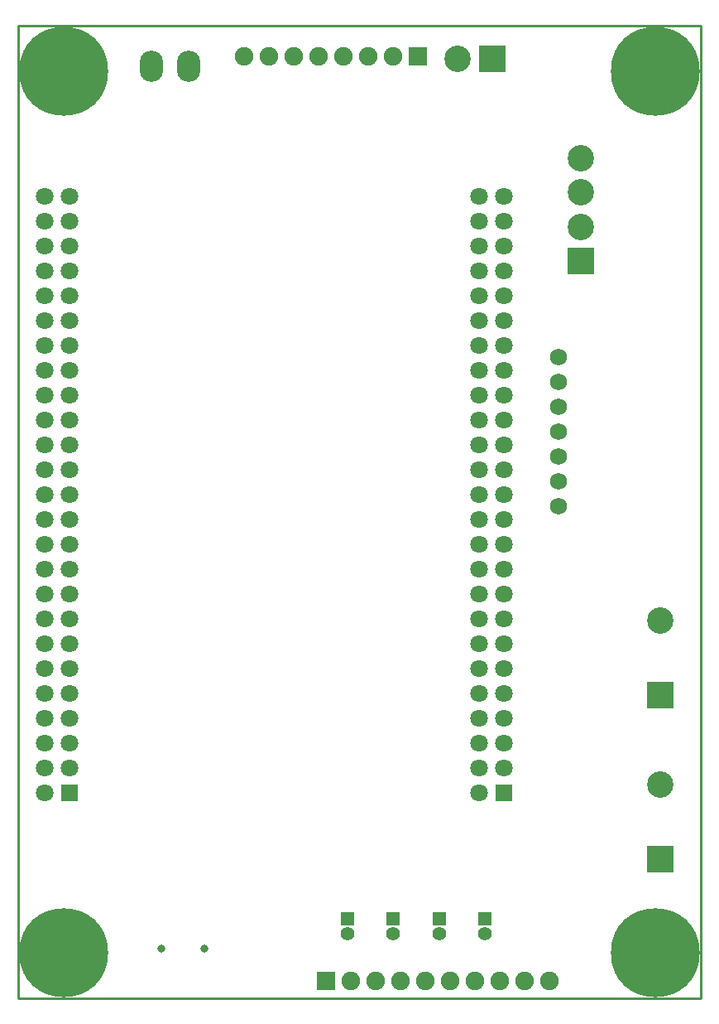
<source format=gbs>
G04*
G04 #@! TF.GenerationSoftware,Altium Limited,Altium Designer,19.0.4 (130)*
G04*
G04 Layer_Color=16711935*
%FSTAX25Y25*%
%MOIN*%
G70*
G01*
G75*
%ADD10C,0.01000*%
%ADD29C,0.03162*%
%ADD35C,0.35800*%
%ADD36C,0.04300*%
%ADD37C,0.07493*%
%ADD38R,0.07493X0.07493*%
%ADD39C,0.10642*%
%ADD40R,0.10642X0.10642*%
%ADD41O,0.09461X0.12611*%
%ADD42R,0.10642X0.10642*%
%ADD43C,0.07099*%
%ADD44R,0.07099X0.07099*%
%ADD45R,0.05524X0.05524*%
%ADD46C,0.05524*%
%ADD47C,0.06800*%
D10*
X0Y-0D02*
Y0391339D01*
X0274803D01*
Y0D02*
Y0391339D01*
X0Y-0D02*
X0274803Y0D01*
D29*
X0074803Y0020047D02*
D03*
X0057481Y0020047D02*
D03*
D35*
X0018305Y001844D02*
D03*
X0256693Y0372948D02*
D03*
X0018305D02*
D03*
X0256693Y001844D02*
D03*
D36*
X0012205Y0029005D02*
D03*
X0024405D02*
D03*
X0030505Y001844D02*
D03*
X0024405Y0007874D02*
D03*
X0012205D02*
D03*
X0006105Y001844D02*
D03*
X0250593Y0383513D02*
D03*
X0262793D02*
D03*
X0268893Y0372948D02*
D03*
X0262793Y0362382D02*
D03*
X0250593D02*
D03*
X0244493Y0372948D02*
D03*
X0012205Y0383513D02*
D03*
X0024405D02*
D03*
X0030505Y0372948D02*
D03*
X0024405Y0362382D02*
D03*
X0012205D02*
D03*
X0006105Y0372948D02*
D03*
X0250593Y0029005D02*
D03*
X0262793D02*
D03*
X0268893Y001844D02*
D03*
X0262793Y0007874D02*
D03*
X0250593D02*
D03*
X0244493Y001844D02*
D03*
D37*
X0091075Y0379169D02*
D03*
X0101075D02*
D03*
X0111075D02*
D03*
X0121075D02*
D03*
X0131075D02*
D03*
X0141075D02*
D03*
X0151075D02*
D03*
X0173937Y0007087D02*
D03*
X0163937D02*
D03*
X0153937D02*
D03*
X0143937D02*
D03*
X0133937D02*
D03*
X0183937D02*
D03*
X0193937D02*
D03*
X0203937D02*
D03*
X0213937D02*
D03*
D38*
X0161075Y0379169D02*
D03*
X0123937Y0007087D02*
D03*
D39*
X0177075Y0378169D02*
D03*
X0258575Y0086169D02*
D03*
Y0152169D02*
D03*
X0226574Y0324229D02*
D03*
X0226575Y0310449D02*
D03*
X0226574Y0338008D02*
D03*
D40*
X0190854Y0378169D02*
D03*
D41*
X0068575Y0375169D02*
D03*
X0053575Y0375169D02*
D03*
D42*
X0258575Y0056169D02*
D03*
Y0122169D02*
D03*
X0226575Y0296669D02*
D03*
D43*
X0020575Y0282669D02*
D03*
X0010575D02*
D03*
X0020575Y0292669D02*
D03*
X0010575D02*
D03*
X0020575Y0302669D02*
D03*
X0010575D02*
D03*
X0020575Y0312669D02*
D03*
X0010575D02*
D03*
X0020575Y0322669D02*
D03*
X0010575D02*
D03*
X0010575Y0272669D02*
D03*
X0020575D02*
D03*
X0010575Y0262669D02*
D03*
X0020575D02*
D03*
X0010575Y0252669D02*
D03*
X0020575D02*
D03*
X0010575Y0242669D02*
D03*
X0020575D02*
D03*
X0010575Y0232669D02*
D03*
X0020575D02*
D03*
X0010575Y0222669D02*
D03*
X0020575D02*
D03*
X0010575Y0212669D02*
D03*
X0020575D02*
D03*
X0010575Y0202669D02*
D03*
X0020575D02*
D03*
X0010575Y0192669D02*
D03*
X0020575D02*
D03*
X0010575Y0182669D02*
D03*
X0020575D02*
D03*
X0010575Y0172669D02*
D03*
X0020575D02*
D03*
X0010575Y0162669D02*
D03*
X0020575D02*
D03*
X0010575Y0152669D02*
D03*
X0020575D02*
D03*
X0010575Y0142669D02*
D03*
X0020575D02*
D03*
X0010575Y0132669D02*
D03*
X0020575D02*
D03*
X0010575Y0122669D02*
D03*
X0020575D02*
D03*
X0010575Y0112669D02*
D03*
X0020575D02*
D03*
X0010575Y0102669D02*
D03*
X0020575D02*
D03*
X0010575Y0092669D02*
D03*
X0020575D02*
D03*
X0010575Y0082669D02*
D03*
X0185675D02*
D03*
X0195675Y0092669D02*
D03*
X0185675D02*
D03*
X0195675Y0102669D02*
D03*
X0185675D02*
D03*
X0195675Y0112669D02*
D03*
X0185675D02*
D03*
X0195675Y0122669D02*
D03*
X0185675D02*
D03*
X0195675Y0132669D02*
D03*
X0185675D02*
D03*
X0195675Y0142669D02*
D03*
X0185675D02*
D03*
X0195675Y0152669D02*
D03*
X0185675D02*
D03*
X0195675Y0162669D02*
D03*
X0185675D02*
D03*
X0195675Y0172669D02*
D03*
X0185675D02*
D03*
X0195675Y0182669D02*
D03*
X0185675D02*
D03*
X0195675Y0192669D02*
D03*
X0185675D02*
D03*
X0195675Y0202669D02*
D03*
X0185675D02*
D03*
X0195675Y0212669D02*
D03*
X0185675D02*
D03*
X0195675Y0222669D02*
D03*
X0185675D02*
D03*
X0195675Y0232669D02*
D03*
X0185675D02*
D03*
X0195675Y0242669D02*
D03*
X0185675D02*
D03*
X0195675Y0252669D02*
D03*
X0185675D02*
D03*
X0195675Y0262669D02*
D03*
X0185675D02*
D03*
X0195675Y0272669D02*
D03*
X0185675D02*
D03*
X0185675Y0322669D02*
D03*
X0195675D02*
D03*
X0185675Y0312669D02*
D03*
X0195675D02*
D03*
X0185675Y0302669D02*
D03*
X0195675D02*
D03*
X0185675Y0292669D02*
D03*
X0195675D02*
D03*
X0185675Y0282669D02*
D03*
X0195675D02*
D03*
D44*
X0020575Y0082669D02*
D03*
X0195675D02*
D03*
D45*
X0188051Y0031941D02*
D03*
X0169551Y0032035D02*
D03*
X0151051Y0031941D02*
D03*
X0132551D02*
D03*
D46*
X0188051Y0026035D02*
D03*
X0169551Y002613D02*
D03*
X0151051Y0026035D02*
D03*
X0132551D02*
D03*
D47*
X0217575Y0258169D02*
D03*
Y0248169D02*
D03*
Y0238169D02*
D03*
Y0228169D02*
D03*
Y0218169D02*
D03*
Y0208169D02*
D03*
Y0198169D02*
D03*
M02*

</source>
